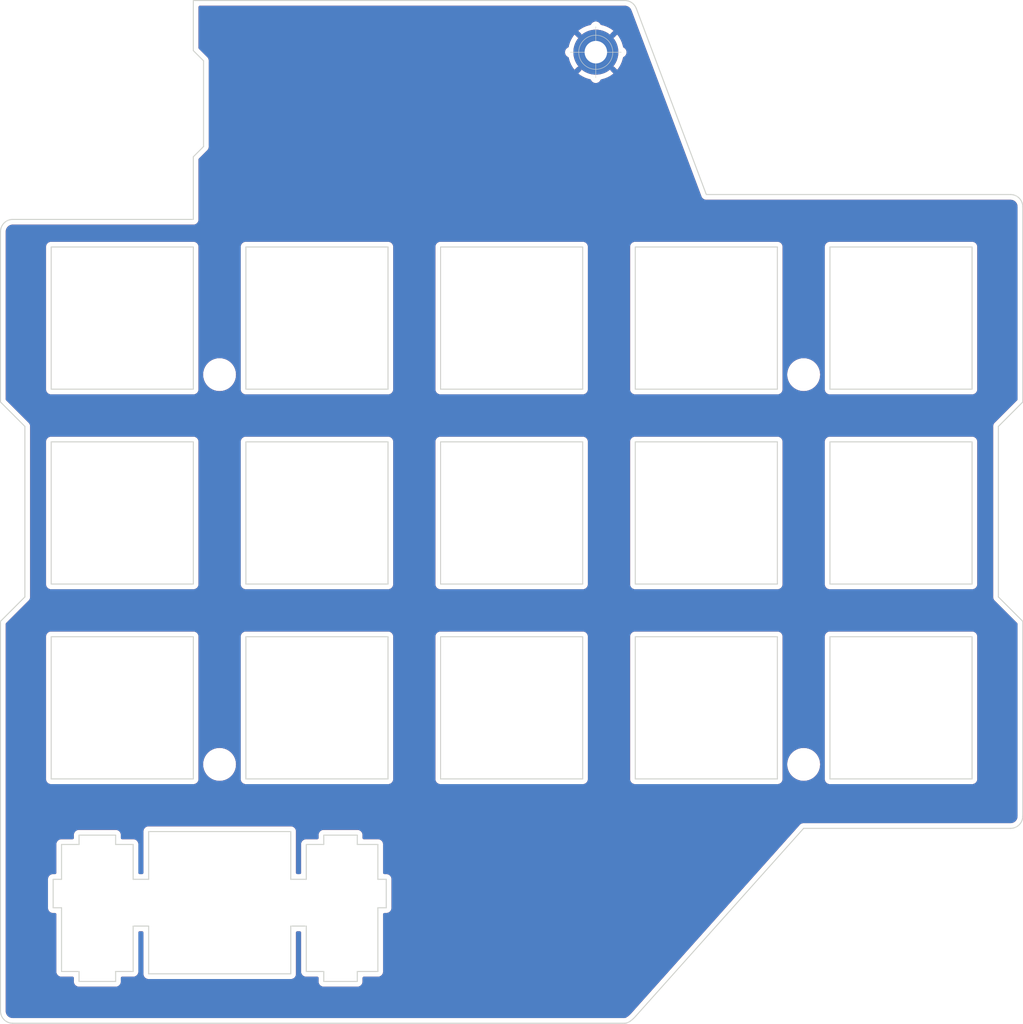
<source format=kicad_pcb>
(kicad_pcb (version 20211014) (generator pcbnew)
  (title_block (title "REVIUNG34-SPLIT-R-TOP") (date "2019-08-30") (rev "1.0"))
  (layers (0 "F.Cu" signal) (31 "B.Cu" signal) (34 "B.Paste" user) (35 "F.Paste" user) (36 "B.SilkS" user "B.Silkscreen") (37 "F.SilkS" user "F.Silkscreen") (38 "B.Mask" user) (39 "F.Mask" user) (44 "Edge.Cuts" user))
  (net 0 "")
  (net 1 "GND")
  (footprint "MountingHole:MountingHole_2.2mm_M2_Pad" (layer "F.Cu") (at 108.26 55.05)
    (fp_text reference "H1" hide)
    (fp_text value "MountingHole_Pad")
    (pad "1" thru_hole circle locked (at 0 0) (size 4.4 4.4) (drill 2.2) (layers *.Cu *.Mask) (net 1 "GND"))
  )
  (footprint "MountingHole:MountingHole_2.2mm_M2" (layer "F.Cu") (at 71.45 86.58)
    (fp_text reference "H2" hide)
    (fp_text value "MountingHole_2.2mm_M2")
    (pad "" np_thru_hole circle locked (at 0 0) (size 2.2 2.2) (drill 2.2) (layers *.Cu *.Mask))
  )
  (footprint "MountingHole:MountingHole_2.2mm_M2" (layer "F.Cu") (at 71.45 124.69)
    (fp_text reference "H3" hide)
    (fp_text value "MountingHole_2.2mm_M2")
    (pad "" np_thru_hole circle locked (at 0 0) (size 2.2 2.2) (drill 2.2) (layers *.Cu *.Mask))
  )
  (footprint "MountingHole:MountingHole_2.2mm_M2" (layer "F.Cu") (at 128.59 124.69)
    (fp_text reference "H4" hide)
    (fp_text value "MountingHole_2.2mm_M2")
    (pad "" np_thru_hole circle locked (at 0 0) (size 2.2 2.2) (drill 2.2) (layers *.Cu *.Mask))
  )
  (footprint "MountingHole:MountingHole_2.2mm_M2" (layer "F.Cu") (at 128.59 86.58)
    (fp_text reference "H5" hide)
    (fp_text value "MountingHole_2.2mm_M2")
    (pad "" np_thru_hole circle locked (at 0 0) (size 2.2 2.2) (drill 2.2) (layers *.Cu *.Mask))
  )
  (gr_curve (pts (xy 68.88 65.279828) (xy 68.88 65.279828) (xy 69.880897 64.279846) (xy 69.880897 64.279846)) (layer "Edge.Cuts") (width 0.1))
  (gr_line (start 131.162165 88.000652) (end 131.162154 74.100652) (layer "Edge.Cuts") (width 0.1))
  (gr_line (start 112.116624 126.10957) (end 112.116614 112.20957) (layer "Edge.Cuts") (width 0.1))
  (gr_line (start 106.971083 126.10956) (end 93.071083 126.10957) (layer "Edge.Cuts") (width 0.1))
  (gr_line (start 62.995701 140.498469) (end 64.510516 140.498469) (layer "Edge.Cuts") (width 0.1))
  (gr_line (start 62.995701 132.519143) (end 61.28221 132.519143) (layer "Edge.Cuts") (width 0.1))
  (gr_line (start 81.645369 131.606278) (end 81.645369 132.519143) (layer "Edge.Cuts") (width 0.1))
  (gr_curve (pts (xy 150.021085 129.752669) (xy 150.021085 129.75297) (xy 150.021171 129.753229) (xy 150.021171 129.75353)) (layer "Edge.Cuts") (width 0.1))
  (gr_line (start 126.016624 88.000642) (end 112.116624 88.000652) (layer "Edge.Cuts") (width 0.1))
  (gr_line (start 131.162154 74.100652) (end 145.062154 74.100642) (layer "Edge.Cuts") (width 0.1))
  (gr_line (start 57.703579 132.519143) (end 55.990088 132.519143) (layer "Edge.Cuts") (width 0.1))
  (gr_line (start 78.417063 135.928181) (end 78.417063 131.259554) (layer "Edge.Cuts") (width 0.1))
  (gr_line (start 54.979991 74.100652) (end 68.879991 74.100642) (layer "Edge.Cuts") (width 0.1))
  (gr_line (start 93.071073 74.100652) (end 106.971073 74.100642) (layer "Edge.Cuts") (width 0.1))
  (gr_line (start 126.016624 126.10956) (end 112.116624 126.10957) (layer "Edge.Cuts") (width 0.1))
  (gr_line (start 106.971073 93.155101) (end 106.971083 107.055101) (layer "Edge.Cuts") (width 0.1))
  (gr_line (start 84.923359 132.519143) (end 84.923359 131.606278) (layer "Edge.Cuts") (width 0.1))
  (gr_line (start 68.880001 88.000642) (end 54.980001 88.000652) (layer "Edge.Cuts") (width 0.1))
  (gr_line (start 55.990088 135.928181) (end 55.170613 135.928181) (layer "Edge.Cuts") (width 0.1))
  (gr_line (start 87.925532 74.100642) (end 87.925542 88.000642) (layer "Edge.Cuts") (width 0.1))
  (gr_line (start 79.931908 140.498469) (end 79.931908 144.937637) (layer "Edge.Cuts") (width 0.1))
  (gr_line (start 93.071073 112.20957) (end 106.971073 112.20956) (layer "Edge.Cuts") (width 0.1))
  (gr_line (start 68.880001 126.10956) (end 54.980001 126.10957) (layer "Edge.Cuts") (width 0.1))
  (gr_curve (pts (xy 51.213076 71.402618) (xy 51.213076 71.402618) (xy 68.88 71.402618) (xy 68.88 71.402618)) (layer "Edge.Cuts") (width 0.1))
  (gr_curve (pts (xy 51.21299 150.000012) (xy 50.554654 150.000012) (xy 50.020987 149.469747) (xy 50.020987 148.811432)) (layer "Edge.Cuts") (width 0.1))
  (gr_line (start 55.990088 144.937637) (end 57.703579 144.937637) (layer "Edge.Cuts") (width 0.1))
  (gr_line (start 86.93686 135.928181) (end 86.93686 132.519143) (layer "Edge.Cuts") (width 0.1))
  (gr_curve (pts (xy 50.021073 110.699094) (xy 50.021073 110.699094) (xy 52.404993 108.315088) (xy 52.404993 108.315088)) (layer "Edge.Cuts") (width 0.1))
  (gr_curve (pts (xy 50.020987 148.811432) (xy 50.020987 148.811432) (xy 50.021073 110.699094) (xy 50.021073 110.699094)) (layer "Edge.Cuts") (width 0.1))
  (gr_line (start 87.925532 93.155101) (end 87.925542 107.055101) (layer "Edge.Cuts") (width 0.1))
  (gr_line (start 61.28221 131.606278) (end 57.703579 131.606278) (layer "Edge.Cuts") (width 0.1))
  (gr_line (start 86.93686 132.519143) (end 84.923359 132.519143) (layer "Edge.Cuts") (width 0.1))
  (gr_line (start 74.025532 93.155111) (end 87.925532 93.155101) (layer "Edge.Cuts") (width 0.1))
  (gr_line (start 54.979991 112.20957) (end 68.879991 112.20956) (layer "Edge.Cuts") (width 0.1))
  (gr_line (start 61.28221 144.937637) (end 62.995701 144.937637) (layer "Edge.Cuts") (width 0.1))
  (gr_line (start 112.116624 88.000652) (end 112.116614 74.100652) (layer "Edge.Cuts") (width 0.1))
  (gr_line (start 74.025532 112.20957) (end 87.925532 112.20956) (layer "Edge.Cuts") (width 0.1))
  (gr_line (start 145.062165 126.10956) (end 131.162165 126.10957) (layer "Edge.Cuts") (width 0.1))
  (gr_line (start 126.016614 112.20956) (end 126.016624 126.10956) (layer "Edge.Cuts") (width 0.1))
  (gr_line (start 112.116614 112.20957) (end 126.016614 112.20956) (layer "Edge.Cuts") (width 0.1))
  (gr_line (start 81.645369 145.912088) (end 84.923359 145.912088) (layer "Edge.Cuts") (width 0.1))
  (gr_line (start 87.925532 112.20956) (end 87.925542 126.10956) (layer "Edge.Cuts") (width 0.1))
  (gr_line (start 57.703579 145.912088) (end 61.28221 145.912088) (layer "Edge.Cuts") (width 0.1))
  (gr_line (start 55.990088 138.710483) (end 55.990088 144.937637) (layer "Edge.Cuts") (width 0.1))
  (gr_line (start 54.980001 126.10957) (end 54.979991 112.20957) (layer "Edge.Cuts") (width 0.1))
  (gr_line (start 84.923359 144.937637) (end 86.93686 144.937637) (layer "Edge.Cuts") (width 0.1))
  (gr_line (start 93.071083 126.10957) (end 93.071073 112.20957) (layer "Edge.Cuts") (width 0.1))
  (gr_line (start 54.979991 93.155111) (end 68.879991 93.155101) (layer "Edge.Cuts") (width 0.1))
  (gr_line (start 64.510516 131.259554) (end 64.510516 135.928181) (layer "Edge.Cuts") (width 0.1))
  (gr_curve (pts (xy 128.583827 130.945533) (xy 128.583827 130.945533) (xy 112.20354 149.25839) (xy 112.20354 149.25839)) (layer "Edge.Cuts") (width 0.1))
  (gr_line (start 55.170613 135.928181) (end 55.170613 138.710483) (layer "Edge.Cuts") (width 0.1))
  (gr_line (start 62.995701 135.928181) (end 62.995701 132.519143) (layer "Edge.Cuts") (width 0.1))
  (gr_line (start 126.016624 107.055101) (end 112.116624 107.055111) (layer "Edge.Cuts") (width 0.1))
  (gr_line (start 112.116614 74.100652) (end 126.016614 74.100642) (layer "Edge.Cuts") (width 0.1))
  (gr_curve (pts (xy 52.404993 108.315088) (xy 52.404993 108.315088) (xy 52.404993 91.644637) (xy 52.404993 91.644637)) (layer "Edge.Cuts") (width 0.1))
  (gr_line (start 68.879991 93.155101) (end 68.880001 107.055101) (layer "Edge.Cuts") (width 0.1))
  (gr_line (start 62.995701 144.937637) (end 62.995701 140.498469) (layer "Edge.Cuts") (width 0.1))
  (gr_line (start 55.170613 138.710483) (end 55.990088 138.710483) (layer "Edge.Cuts") (width 0.1))
  (gr_line (start 79.931908 144.937637) (end 81.645369 144.937637) (layer "Edge.Cuts") (width 0.1))
  (gr_line (start 87.756335 138.710483) (end 87.756335 135.928181) (layer "Edge.Cuts") (width 0.1))
  (gr_line (start 106.971073 112.20956) (end 106.971083 126.10956) (layer "Edge.Cuts") (width 0.1))
  (gr_curve (pts (xy 112.216696 50.782381) (xy 112.216696 50.782381) (xy 112.221325 50.785632) (xy 112.221325 50.785632)) (layer "Edge.Cuts") (width 0.1))
  (gr_line (start 131.162165 107.055111) (end 131.162154 93.155111) (layer "Edge.Cuts") (width 0.1))
  (gr_curve (pts (xy 111.101195 49.999074) (xy 111.615268 49.999074) (xy 112.049393 50.326315) (xy 112.216696 50.782381)) (layer "Edge.Cuts") (width 0.1))
  (gr_curve (pts (xy 111.092023 50) (xy 111.095166 49.999978) (xy 111.098052 49.999074) (xy 111.101195 49.999074)) (layer "Edge.Cuts") (width 0.1))
  (gr_curve (pts (xy 50.021073 89.260631) (xy 50.021073 89.260631) (xy 50.021073 72.594621) (xy 50.021073 72.594621)) (layer "Edge.Cuts") (width 0.1))
  (gr_curve (pts (xy 111.099645 150.000012) (xy 111.099645 150.000012) (xy 51.21299 150.000012) (xy 51.21299 150.000012)) (layer "Edge.Cuts") (width 0.1))
  (gr_line (start 78.417063 131.259554) (end 64.510516 131.259554) (layer "Edge.Cuts") (width 0.1))
  (gr_line (start 64.510516 140.498469) (end 64.510516 145.167094) (layer "Edge.Cuts") (width 0.1))
  (gr_line (start 79.931908 135.928181) (end 78.417063 135.928181) (layer "Edge.Cuts") (width 0.1))
  (gr_curve (pts (xy 68.88 50) (xy 68.88 50) (xy 111.092023 50) (xy 111.092023 50)) (layer "Edge.Cuts") (width 0.1))
  (gr_line (start 126.016614 93.155101) (end 126.016624 107.055101) (layer "Edge.Cuts") (width 0.1))
  (gr_line (start 68.879991 74.100642) (end 68.880001 88.000642) (layer "Edge.Cuts") (width 0.1))
  (gr_line (start 93.071083 107.055111) (end 93.071073 93.155111) (layer "Edge.Cuts") (width 0.1))
  (gr_line (start 126.016614 74.100642) (end 126.016624 88.000642) (layer "Edge.Cuts") (width 0.1))
  (gr_line (start 84.923359 145.912088) (end 84.923359 144.937637) (layer "Edge.Cuts") (width 0.1))
  (gr_line (start 131.162154 112.20957) (end 145.062154 112.20956) (layer "Edge.Cuts") (width 0.1))
  (gr_line (start 87.925542 126.10956) (end 74.025542 126.10957) (layer "Edge.Cuts") (width 0.1))
  (gr_curve (pts (xy 150.021085 70.163089) (xy 150.021085 70.163089) (xy 150.021085 89.260631) (xy 150.021085 89.260631)) (layer "Edge.Cuts") (width 0.1))
  (gr_line (start 57.703579 131.606278) (end 57.703579 132.519143) (layer "Edge.Cuts") (width 0.1))
  (gr_curve (pts (xy 148.829082 68.971086) (xy 149.487396 68.971086) (xy 150.021085 69.504753) (xy 150.021085 70.163089)) (layer "Edge.Cuts") (width 0.1))
  (gr_line (start 64.510516 135.928181) (end 62.995701 135.928181) (layer "Edge.Cuts") (width 0.1))
  (gr_line (start 64.510516 145.167094) (end 78.417063 145.167094) (layer "Edge.Cuts") (width 0.1))
  (gr_curve (pts (xy 150.021085 89.260631) (xy 150.021085 89.260631) (xy 147.637165 91.644637) (xy 147.637165 91.644637)) (layer "Edge.Cuts") (width 0.1))
  (gr_line (start 93.071073 93.155111) (end 106.971073 93.155101) (layer "Edge.Cuts") (width 0.1))
  (gr_line (start 54.980001 107.055111) (end 54.979991 93.155111) (layer "Edge.Cuts") (width 0.1))
  (gr_line (start 112.116624 107.055111) (end 112.116614 93.155111) (layer "Edge.Cuts") (width 0.1))
  (gr_curve (pts (xy 50.021073 72.594621) (xy 50.021073 71.936307) (xy 50.554762 71.402618) (xy 51.213076 71.402618)) (layer "Edge.Cuts") (width 0.1))
  (gr_line (start 145.062154 112.20956) (end 145.062165 126.10956) (layer "Edge.Cuts") (width 0.1))
  (gr_curve (pts (xy 112.20354 149.25839) (xy 112.20354 149.25839) (xy 111.597956 150.000012) (xy 111.099645 150.000012)) (layer "Edge.Cuts") (width 0.1))
  (gr_line (start 61.28221 132.519143) (end 61.28221 131.606278) (layer "Edge.Cuts") (width 0.1))
  (gr_curve (pts (xy 52.404993 91.644637) (xy 52.404993 91.644637) (xy 50.021073 89.260631) (xy 50.021073 89.260631)) (layer "Edge.Cuts") (width 0.1))
  (gr_line (start 87.756335 135.928181) (end 86.93686 135.928181) (layer "Edge.Cuts") (width 0.1))
  (gr_curve (pts (xy 148.829168 130.945533) (xy 148.829168 130.945533) (xy 128.583827 130.945533) (xy 128.583827 130.945533)) (layer "Edge.Cuts") (width 0.1))
  (gr_curve (pts (xy 119.066622 68.971086) (xy 119.066622 68.971086) (xy 148.829082 68.971086) (xy 148.829082 68.971086)) (layer "Edge.Cuts") (width 0.1))
  (gr_line (start 131.162154 93.155111) (end 145.062154 93.155101) (layer "Edge.Cuts") (width 0.1))
  (gr_curve (pts (xy 112.221325 50.785632) (xy 112.221325 50.785632) (xy 119.066622 68.971086) (xy 119.066622 68.971086)) (layer "Edge.Cuts") (width 0.1))
  (gr_line (start 145.062154 74.100642) (end 145.062165 88.000642) (layer "Edge.Cuts") (width 0.1))
  (gr_curve (pts (xy 150.021085 110.699094) (xy 150.021085 110.699094) (xy 150.021085 129.752669) (xy 150.021085 129.752669)) (layer "Edge.Cuts") (width 0.1))
  (gr_curve (pts (xy 68.88 54.895837) (xy 68.88 54.895837) (xy 68.88 50) (xy 68.88 50)) (layer "Edge.Cuts") (width 0.1))
  (gr_line (start 68.879991 112.20956) (end 68.880001 126.10956) (layer "Edge.Cuts") (width 0.1))
  (gr_line (start 55.990088 132.519143) (end 55.990088 135.928181) (layer "Edge.Cuts") (width 0.1))
  (gr_line (start 78.417063 145.167094) (end 78.417063 140.498469) (layer "Edge.Cuts") (width 0.1))
  (gr_curve (pts (xy 68.88 71.402618) (xy 68.88 71.402618) (xy 68.88 65.279828) (xy 68.88 65.279828)) (layer "Edge.Cuts") (width 0.1))
  (gr_line (start 79.931908 132.519143) (end 79.931908 135.928181) (layer "Edge.Cuts") (width 0.1))
  (gr_line (start 54.980001 88.000652) (end 54.979991 74.100652) (layer "Edge.Cuts") (width 0.1))
  (gr_line (start 81.645369 132.519143) (end 79.931908 132.519143) (layer "Edge.Cuts") (width 0.1))
  (gr_line (start 61.28221 145.912088) (end 61.28221 144.937637) (layer "Edge.Cuts") (width 0.1))
  (gr_line (start 145.062165 107.055101) (end 131.162165 107.055111) (layer "Edge.Cuts") (width 0.1))
  (gr_line (start 57.703579 144.937637) (end 57.703579 145.912088) (layer "Edge.Cuts") (width 0.1))
  (gr_line (start 112.116614 93.155111) (end 126.016614 93.155101) (layer "Edge.Cuts") (width 0.1))
  (gr_curve (pts (xy 69.880886 55.895839) (xy 69.880886 55.895839) (xy 68.88 54.895837) (xy 68.88 54.895837)) (layer "Edge.Cuts") (width 0.1))
  (gr_curve (pts (xy 69.880897 64.279846) (xy 69.880897 64.279846) (xy 69.880886 55.895839) (xy 69.880886 55.895839)) (layer "Edge.Cuts") (width 0.1))
  (gr_line (start 87.925542 88.000642) (end 74.025542 88.000652) (layer "Edge.Cuts") (width 0.1))
  (gr_curve (pts (xy 147.637165 91.644637) (xy 147.637165 91.644637) (xy 147.637165 108.315088) (xy 147.637165 108.315088)) (layer "Edge.Cuts") (width 0.1))
  (gr_line (start 86.93686 138.710483) (end 87.756335 138.710483) (layer "Edge.Cuts") (width 0.1))
  (gr_line (start 84.923359 131.606278) (end 81.645369 131.606278) (layer "Edge.Cuts") (width 0.1))
  (gr_curve (pts (xy 150.021171 129.75353) (xy 150.021171 130.411866) (xy 149.487483 130.945533) (xy 148.829168 130.945533)) (layer "Edge.Cuts") (width 0.1))
  (gr_line (start 106.971083 88.000642) (end 93.071083 88.000652) (layer "Edge.Cuts") (width 0.1))
  (gr_line (start 106.971073 74.100642) (end 106.971083 88.000642) (layer "Edge.Cuts") (width 0.1))
  (gr_line (start 131.162165 126.10957) (end 131.162154 112.20957) (layer "Edge.Cuts") (width 0.1))
  (gr_line (start 145.062165 88.000642) (end 131.162165 88.000652) (layer "Edge.Cuts") (width 0.1))
  (gr_line (start 145.062154 93.155101) (end 145.062165 107.055101) (layer "Edge.Cuts") (width 0.1))
  (gr_line (start 106.971083 107.055101) (end 93.071083 107.055111) (layer "Edge.Cuts") (width 0.1))
  (gr_line (start 74.025542 126.10957) (end 74.025532 112.20957) (layer "Edge.Cuts") (width 0.1))
  (gr_line (start 74.025542 107.055111) (end 74.025532 93.155111) (layer "Edge.Cuts") (width 0.1))
  (gr_curve (pts (xy 147.637165 108.315088) (xy 147.637165 108.315088) (xy 150.021085 110.699094) (xy 150.021085 110.699094)) (layer "Edge.Cuts") (width 0.1))
  (gr_line (start 93.071083 88.000652) (end 93.071073 74.100652) (layer "Edge.Cuts") (width 0.1))
  (gr_line (start 74.025532 74.100652) (end 87.925532 74.100642) (layer "Edge.Cuts") (width 0.1))
  (gr_line (start 74.025542 88.000652) (end 74.025532 74.100652) (layer "Edge.Cuts") (width 0.1))
  (gr_line (start 81.645369 144.937637) (end 81.645369 145.912088) (layer "Edge.Cuts") (width 0.1))
  (gr_line (start 86.93686 144.937637) (end 86.93686 138.710483) (layer "Edge.Cuts") (width 0.1))
  (gr_line (start 78.417063 140.498469) (end 79.931908 140.498469) (layer "Edge.Cuts") (width 0.1))
  (gr_line (start 87.925542 107.055101) (end 74.025542 107.055111) (layer "Edge.Cuts") (width 0.1))
  (gr_line (start 68.880001 107.055101) (end 54.980001 107.055111) (layer "Edge.Cuts") (width 0.1))
  (target plus (at 108.25 55.06) (size 5) (width 0.05) (layer "Edge.Cuts"))
  (zone (net 1) (net_name "GND") (layer "F.Cu") (connect_pads (clearance 0.508)) (min_thickness 0.254) (fill yes (thermal_gap 0.508) (thermal_bridge_width 0.508))
    (polygon (pts (xy 69 50.1) (xy 111.3 50.1) (xy 111.9 50.4) (xy 112.2 51) (xy 119 69.1) (xy 148.9 69.1) (xy 149.5 69.3) (xy 149.9 69.8) (xy 149.95 70.05) (xy 149.95 89.25) (xy 147.55 91.65) (xy 147.55 108.35) (xy 149.95 110.75) (xy 149.95 129.9) (xy 149.75 130.4) (xy 149.4 130.75) (xy 148.9 130.85) (xy 128.55 130.85) (xy 112.1 149.25) (xy 111.5 149.8) (xy 111.15 149.9) (xy 51 149.9) (xy 50.6 149.75) (xy 50.25 149.4) (xy 50.1 149) (xy 50.1 110.75) (xy 52.5 108.35) (xy 52.5 91.6) (xy 50.1 89.25) (xy 50.1 72.5) (xy 50.25 72) (xy 50.6 71.65) (xy 51.1 71.5) (xy 68.95 71.5) (xy 68.95 65.3) (xy 69.95 64.3) (xy 69.95 55.85) (xy 68.95 54.85) (xy 68.95 50.1)))
  )
  (zone (net 1) (net_name "GND") (layer "B.Cu") (connect_pads (clearance 0.508)) (min_thickness 0.254) (fill yes (thermal_gap 0.508) (thermal_bridge_width 0.508))
    (polygon (pts (xy 68.95 50.1) (xy 111.3 50.1) (xy 111.9 50.4) (xy 112.2 51) (xy 119 69.1) (xy 148.9 69.1) (xy 149.5 69.3) (xy 149.9 69.8) (xy 149.95 70.05) (xy 149.95 89.25) (xy 147.55 91.65) (xy 147.55 108.35) (xy 149.95 110.75) (xy 149.95 129.9) (xy 149.75 130.4) (xy 149.4 130.75) (xy 148.9 130.85) (xy 128.55 130.85) (xy 112.05 149.3) (xy 111.5 149.8) (xy 111.15 149.9) (xy 51 149.9) (xy 50.6 149.75) (xy 50.25 149.4) (xy 50.1 149) (xy 50.1 110.75) (xy 52.5 108.35) (xy 52.5 91.6) (xy 50.1 89.25) (xy 50.1 72.5) (xy 50.25 72) (xy 50.6 71.65) (xy 51.1 71.5) (xy 68.95 71.5) (xy 68.95 65.3) (xy 69.95 64.3) (xy 69.95 55.85) (xy 68.95 54.85)))
  )
)
</source>
